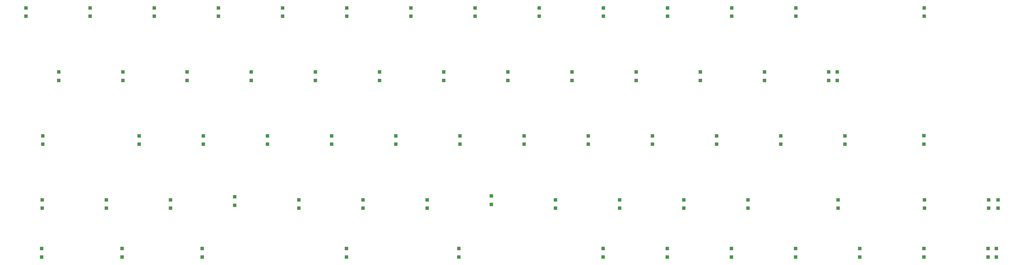
<source format=gbp>
G04 #@! TF.GenerationSoftware,KiCad,Pcbnew,(5.1.9)-1*
G04 #@! TF.CreationDate,2021-05-31T01:01:48+01:00*
G04 #@! TF.ProjectId,EnvKB65,456e764b-4236-4352-9e6b-696361645f70,rev?*
G04 #@! TF.SameCoordinates,Original*
G04 #@! TF.FileFunction,Paste,Bot*
G04 #@! TF.FilePolarity,Positive*
%FSLAX46Y46*%
G04 Gerber Fmt 4.6, Leading zero omitted, Abs format (unit mm)*
G04 Created by KiCad (PCBNEW (5.1.9)-1) date 2021-05-31 01:01:48*
%MOMM*%
%LPD*%
G01*
G04 APERTURE LIST*
%ADD10R,1.000000X1.000000*%
G04 APERTURE END LIST*
D10*
X321489000Y-136384000D03*
X321489000Y-138884000D03*
X368750000Y-188959120D03*
X368750000Y-191459120D03*
X366334200Y-188959120D03*
X366334200Y-191459120D03*
X347284200Y-188959120D03*
X347284200Y-191459120D03*
X328234200Y-188959120D03*
X328234200Y-191459120D03*
X309184200Y-188959120D03*
X309184200Y-191459120D03*
X290134200Y-188959120D03*
X290134200Y-191459120D03*
X271084200Y-188959120D03*
X271084200Y-191459120D03*
X252034200Y-188959120D03*
X252034200Y-191459120D03*
X209171700Y-188959120D03*
X209171700Y-191459120D03*
X175834200Y-188959120D03*
X175834200Y-191459120D03*
X132971700Y-188959120D03*
X132971700Y-191459120D03*
X109159200Y-188959120D03*
X109159200Y-191459120D03*
X85346700Y-188959120D03*
X85346700Y-191459120D03*
X369250000Y-174434120D03*
X369250000Y-176934120D03*
X366484200Y-174434120D03*
X366484200Y-176934120D03*
X347434200Y-174434120D03*
X347434200Y-176934120D03*
X321784200Y-174434120D03*
X321784200Y-176934120D03*
X295046700Y-174434120D03*
X295046700Y-176934120D03*
X275996700Y-174434120D03*
X275996700Y-176934120D03*
X256946700Y-174434120D03*
X256946700Y-176934120D03*
X237896700Y-174434120D03*
X237896700Y-176934120D03*
X218846700Y-173300000D03*
X218846700Y-175800000D03*
X199796700Y-174434120D03*
X199796700Y-176934120D03*
X180746700Y-174434120D03*
X180746700Y-176934120D03*
X161696700Y-174434120D03*
X161696700Y-176934120D03*
X142646700Y-173525000D03*
X142646700Y-176025000D03*
X123596700Y-174434120D03*
X123596700Y-176934120D03*
X104546700Y-174434120D03*
X104546700Y-176934120D03*
X85496700Y-174434120D03*
X85496700Y-176934120D03*
X323771700Y-155359120D03*
X323771700Y-157859120D03*
X304721700Y-155359120D03*
X304721700Y-157859120D03*
X285671700Y-155359120D03*
X285671700Y-157859120D03*
X266621700Y-155359120D03*
X266621700Y-157859120D03*
X247571700Y-155359120D03*
X247571700Y-157859120D03*
X228521700Y-155359120D03*
X228521700Y-157859120D03*
X209471700Y-155359120D03*
X209471700Y-157859120D03*
X190421700Y-155359120D03*
X190421700Y-157859120D03*
X171371700Y-155359120D03*
X171371700Y-157859120D03*
X152321700Y-155359120D03*
X152321700Y-157859120D03*
X133271700Y-155359120D03*
X133271700Y-157859120D03*
X114221700Y-155359120D03*
X114221700Y-157859120D03*
X85646700Y-155359120D03*
X85646700Y-157859120D03*
X347234200Y-155334120D03*
X347234200Y-157834120D03*
X318959200Y-136384120D03*
X318959200Y-138884120D03*
X299909200Y-136384120D03*
X299909200Y-138884120D03*
X280859200Y-136384120D03*
X280859200Y-138884120D03*
X261809200Y-136384120D03*
X261809200Y-138884120D03*
X242759200Y-136384120D03*
X242759200Y-138884120D03*
X223709200Y-136384120D03*
X223709200Y-138884120D03*
X204659200Y-136384120D03*
X204659200Y-138884120D03*
X185609200Y-136384120D03*
X185609200Y-138884120D03*
X166559200Y-136384120D03*
X166559200Y-138884120D03*
X147509200Y-136384120D03*
X147509200Y-138884120D03*
X128459200Y-136384120D03*
X128459200Y-138884120D03*
X109409200Y-136384120D03*
X109409200Y-138884120D03*
X90359200Y-136384120D03*
X90359200Y-138884120D03*
X347384200Y-117284120D03*
X347384200Y-119784120D03*
X309284200Y-117284120D03*
X309284200Y-119784120D03*
X290234200Y-117284120D03*
X290234200Y-119784120D03*
X271184200Y-117284120D03*
X271184200Y-119784120D03*
X252134200Y-117284120D03*
X252134200Y-119784120D03*
X233084200Y-117284120D03*
X233084200Y-119784120D03*
X214034200Y-117284120D03*
X214034200Y-119784120D03*
X194984200Y-117284120D03*
X194984200Y-119784120D03*
X175934200Y-117284120D03*
X175934200Y-119784120D03*
X156884200Y-117284120D03*
X156884200Y-119784120D03*
X137834200Y-117284120D03*
X137834200Y-119784120D03*
X118784200Y-117284120D03*
X118784200Y-119784120D03*
X99734200Y-117284120D03*
X99734200Y-119784120D03*
X80684200Y-117284120D03*
X80684200Y-119784120D03*
M02*

</source>
